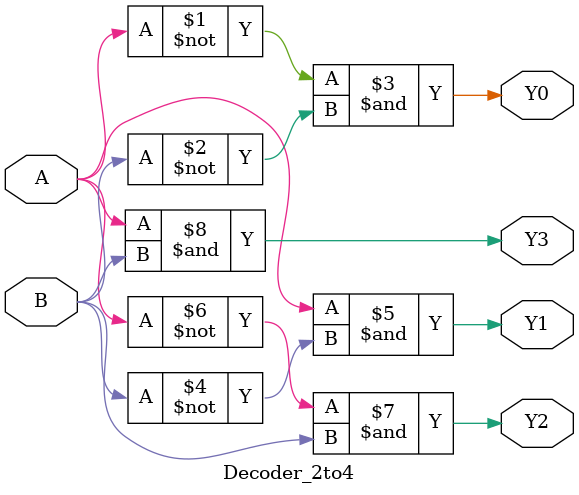
<source format=v>
`timescale 1ns / 1ps


module Decoder_2to4(
    input A,
    input B,
    output Y0,
    output Y1,
    output Y2,
    output Y3
    );
    
    assign Y0 = (~A) & (~B);
    assign Y1 = (A) & (~B);
    assign Y2 = (~A) & (B);
    assign Y3 = (A) & (B);
    
endmodule

</source>
